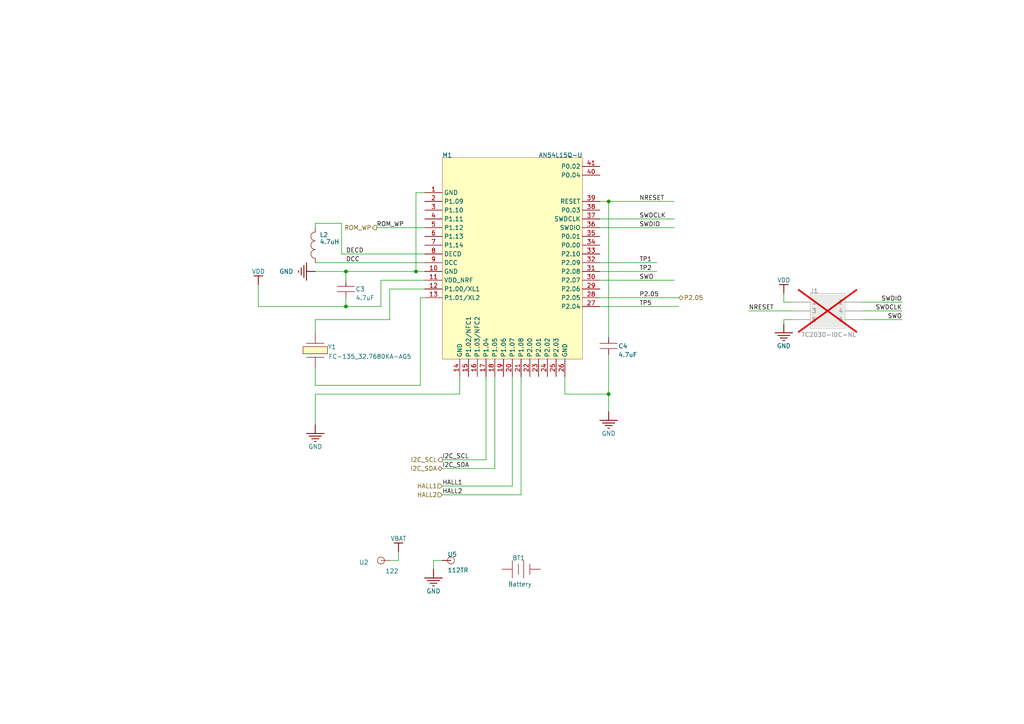
<source format=kicad_sch>
(kicad_sch (version 20250114) (generator "eeschema") (generator_version "9.0")
  (paper "A4")
  (lib_symbols
    (symbol "HydSmart_VA:root_0_02cd4be3c70576c341d710602a673aa_Altium Content Vault" (pin_numbers (hide yes)) (pin_names (hide yes))
      (symbol "root_0_02cd4be3c70576c341d710602a673aa_Altium Content Vault_1_0"
        (polyline (pts (xy 0 -1.778) (xy 0 -1.016)))
        (polyline (pts (xy 0 -3.556) (xy 0 -3.81)))
        (polyline (pts (xy 2.54 -1.778) (xy -2.54 -1.778)))
        (polyline (pts (xy 2.54 -3.302) (xy -2.54 -3.302)))
        (pin passive line (at 0 0 270) (length 1.778) (name "1") (number "1"))
        (pin passive line (at 0 -5.08 90) (length 1.524) (name "2") (number "2"))
      )
    )
    (symbol "HydSmart_VA:root_0_AN54L15Q-U_Ubihere"
      (property "Reference" "M1" (at -20.32 27.94 0))
      (property "Value" "AN54L15Q-U" (at 7.62 27.94 0))
      (symbol "root_0_AN54L15Q-U_Ubihere_1_0"
        (rectangle (start 20.32 27.94) (end -20.32 -30.48) (stroke (width 0.0254) (color 128 0 0 1)) (fill (type background)))
        (pin passive line (at -25.4 17.78 0) (length 5.08) (name "GND") (number "1"))
        (pin passive line (at -25.4 15.24 0) (length 5.08) (name "P1.09") (number "2"))
        (pin passive line (at -25.4 12.7 0) (length 5.08) (name "P1.10") (number "3"))
        (pin passive line (at -25.4 10.16 0) (length 5.08) (name "P1.11") (number "4"))
        (pin passive line (at -25.4 7.62 0) (length 5.08) (name "P1.12") (number "5"))
        (pin passive line (at -25.4 5.08 0) (length 5.08) (name "P1.13") (number "6"))
        (pin passive line (at -25.4 2.54 0) (length 5.08) (name "P1.14") (number "7"))
        (pin passive line (at -25.4 0 0) (length 5.08) (name "DECD") (number "8"))
        (pin passive line (at -25.4 -2.54 0) (length 5.08) (name "DCC") (number "9"))
        (pin passive line (at -25.4 -5.08 0) (length 5.08) (name "GND") (number "10"))
        (pin passive line (at -25.4 -7.62 0) (length 5.08) (name "VDD_NRF") (number "11"))
        (pin passive line (at -25.4 -10.16 0) (length 5.08) (name "P1.00/XL1") (number "12"))
        (pin passive line (at -25.4 -12.7 0) (length 5.08) (name "P1.01/XL2") (number "13"))
        (pin passive line (at -15.24 -35.56 90) (length 5.08) (name "GND") (number "14"))
        (pin passive line (at -12.7 -35.56 90) (length 5.08) (name "P1.02/NFC1") (number "15"))
        (pin passive line (at -10.16 -35.56 90) (length 5.08) (name "P1.03/NFC2") (number "16"))
        (pin passive line (at -7.62 -35.56 90) (length 5.08) (name "P1.04") (number "17"))
        (pin passive line (at -5.08 -35.56 90) (length 5.08) (name "P1.05") (number "18"))
        (pin passive line (at -2.54 -35.56 90) (length 5.08) (name "P1.06") (number "19"))
        (pin passive line (at 0 -35.56 90) (length 5.08) (name "P1.07") (number "20"))
        (pin passive line (at 2.54 -35.56 90) (length 5.08) (name "P1.08") (number "21"))
        (pin passive line (at 5.08 -35.56 90) (length 5.08) (name "P2.00") (number "22"))
        (pin passive line (at 7.62 -35.56 90) (length 5.08) (name "P2.01") (number "23"))
        (pin passive line (at 10.16 -35.56 90) (length 5.08) (name "P2.02") (number "24"))
        (pin passive line (at 12.7 -35.56 90) (length 5.08) (name "P2.03") (number "25"))
        (pin passive line (at 15.24 -35.56 90) (length 5.08) (name "GND") (number "26"))
        (pin passive line (at 25.4 25.4 180) (length 5.08) (name "P0.02") (number "41"))
        (pin passive line (at 25.4 22.86 180) (length 5.08) (name "P0.04") (number "40"))
        (pin passive line (at 25.4 15.24 180) (length 5.08) (name "RESET") (number "39"))
        (pin passive line (at 25.4 12.7 180) (length 5.08) (name "P0.03") (number "38"))
        (pin passive line (at 25.4 10.16 180) (length 5.08) (name "SWDCLK") (number "37"))
        (pin passive line (at 25.4 7.62 180) (length 5.08) (name "SWDIO") (number "36"))
        (pin passive line (at 25.4 5.08 180) (length 5.08) (name "P0.01") (number "35"))
        (pin passive line (at 25.4 2.54 180) (length 5.08) (name "P0.00") (number "34"))
        (pin passive line (at 25.4 0 180) (length 5.08) (name "P2.10") (number "33"))
        (pin passive line (at 25.4 -2.54 180) (length 5.08) (name "P2.09") (number "32"))
        (pin passive line (at 25.4 -5.08 180) (length 5.08) (name "P2.08") (number "31"))
        (pin passive line (at 25.4 -7.62 180) (length 5.08) (name "P2.07") (number "30"))
        (pin passive line (at 25.4 -10.16 180) (length 5.08) (name "P2.06") (number "29"))
        (pin passive line (at 25.4 -12.7 180) (length 5.08) (name "P2.05") (number "28"))
        (pin passive line (at 25.4 -15.24 180) (length 5.08) (name "P2.04") (number "27"))
      )
    )
    (symbol "HydSmart_VA:root_0_Battery_Hydrosmart Revised Schematics_2025-05-28T19_57_34_UTC.SCHLIB" (pin_numbers (hide yes)) (pin_names (hide yes))
      (symbol "root_0_Battery_Hydrosmart Revised Schematics_2025-05-28T19_57_34_UTC.SCHLIB_1_0"
        (polyline (pts (xy -3.048 -2.54) (xy 0 -2.54)))
        (polyline (pts (xy 0 0) (xy 0 -5.08)))
        (polyline (pts (xy 1.778 -1.016) (xy 1.778 -4.064)))
        (polyline (pts (xy 3.302 0) (xy 3.302 -5.08)))
        (polyline (pts (xy 5.08 -1.016) (xy 5.08 -4.064)))
        (polyline (pts (xy 5.08 -2.54) (xy 8.128 -2.54)))
      )
    )
    (symbol "HydSmart_VA:root_0_Header 3X2_Miscellaneous Connectors.IntLib" (pin_numbers (hide yes))
      (symbol "root_0_Header 3X2_Miscellaneous Connectors.IntLib_1_0"
        (rectangle (start 10.16 0) (end 0 -10.16) (stroke (width 0.0254) (color 128 0 0 1)) (fill (type background)))
        (pin passive line (at -5.08 -2.54 0) (length 5.08) (name "1") (number "1"))
        (pin passive line (at -5.08 -5.08 0) (length 5.08) (name "3") (number "3"))
        (pin passive line (at -5.08 -7.62 0) (length 5.08) (name "5") (number "5"))
        (pin passive line (at 15.24 -2.54 180) (length 5.08) (name "2") (number "2"))
        (pin passive line (at 15.24 -5.08 180) (length 5.08) (name "4") (number "4"))
        (pin passive line (at 15.24 -7.62 180) (length 5.08) (name "6") (number "6"))
      )
    )
    (symbol "HydSmart_VA:root_0_TEST_POINT_DARTMX8M_Carrier.SchLib" (pin_numbers (hide yes)) (pin_names (hide yes))
      (symbol "root_0_TEST_POINT_DARTMX8M_Carrier.SchLib_1_0"
        (circle (center 0 2.54) (radius 1.016) (fill (type color) (color 255 255 255 1)))
        (pin passive line (at -2.54 2.54 0) (length 2.54) (name "1") (number "1"))
      )
    )
    (symbol "HydSmart_VA:root_1_FC-135_32.7680KA-AG5_Ubihere" (pin_numbers (hide yes)) (pin_names (hide yes))
      (symbol "root_1_FC-135_32.7680KA-AG5_Ubihere_1_0"
        (polyline (pts (xy -2.54 7.112) (xy 2.54 7.112)))
        (polyline (pts (xy -2.54 3.048) (xy 2.54 3.048)))
        (polyline (pts (xy 0 7.112) (xy 0 7.62)))
        (polyline (pts (xy 0 3.048) (xy 0 2.54)))
        (rectangle (start 3.556 6.096) (end -3.556 4.064) (stroke (width 0) (color 128 0 0 1)) (fill (type background)))
        (pin passive line (at 0 10.16 270) (length 2.54) (name "") (number "1"))
        (pin passive line (at 0 0 90) (length 2.54) (name "CRYSTAL_2") (number "2"))
      )
    )
    (symbol "HydSmart_VA:root_2_TEST_POINT_DARTMX8M_Carrier.SchLib" (pin_numbers (hide yes)) (pin_names (hide yes))
      (symbol "root_2_TEST_POINT_DARTMX8M_Carrier.SchLib_1_0"
        (circle (center 0 -2.54) (radius 1.016) (fill (type color) (color 255 255 255 1)))
        (pin passive line (at 2.54 -2.54 180) (length 2.54) (name "1") (number "1"))
      )
    )
    (symbol "HydSmart_VA:root_3_mirrored_725321dda6339637d4d059423bc1c3c_Altium Content Vault" (pin_numbers (hide yes)) (pin_names (hide yes))
      (symbol "root_3_mirrored_725321dda6339637d4d059423bc1c3c_Altium Content Vault_1_0"
        (polyline (pts (xy 0 -1.27) (xy 0 -0.762)))
        (arc (start 0 -3.81) (mid -1.27 -2.54) (end 0 -1.27))
        (arc (start 0 -6.35) (mid -1.27 -5.08) (end 0 -3.81))
        (arc (start 0 -8.89) (mid -1.27 -7.62) (end 0 -6.35))
        (polyline (pts (xy 0 -8.89) (xy 0 -9.144)))
        (pin passive line (at 0 0 270) (length 1.27) (name "1") (number "1"))
        (pin passive line (at 0 -10.16 90) (length 1.27) (name "2") (number "2"))
      )
    )
    (symbol "Hydrosmart_NRF_MOD-altium-import:GND_POWER_GROUND" (power)
      (property "Value" "GND" (at 0 -6.35 0))
      (symbol "GND_POWER_GROUND_0_0"
        (polyline (pts (xy -2.54 -2.54) (xy 2.54 -2.54)) (stroke (width 0.254)))
        (polyline (pts (xy -1.778 -3.302) (xy 1.778 -3.302)) (stroke (width 0.254)))
        (polyline (pts (xy -1.016 -4.064) (xy 1.016 -4.064)) (stroke (width 0.254)))
        (polyline (pts (xy -0.254 -4.826) (xy 0.254 -4.826)) (stroke (width 0.254)))
        (polyline (pts (xy 0 0) (xy 0 -2.54)) (stroke (width 0.254)))
        (pin power_in line (at 0 0 0) (length 0) (hide yes) (name "GND") (number ""))
      )
    )
    (symbol "Hydrosmart_NRF_MOD-altium-import:VBAT_BAR" (power)
      (property "Value" "VBAT" (at 0 -3.81 0))
      (symbol "VBAT_BAR_0_0"
        (polyline (pts (xy -1.27 -2.54) (xy 1.27 -2.54)) (stroke (width 0.254)))
        (polyline (pts (xy 0 0) (xy 0 -2.54)) (stroke (width 0.254)))
        (pin power_in line (at 0 0 0) (length 0) (hide yes) (name "VBAT") (number ""))
      )
    )
    (symbol "Hydrosmart_NRF_MOD-altium-import:VDD_BAR" (power)
      (property "Value" "VDD" (at 0 -3.81 0))
      (symbol "VDD_BAR_0_0"
        (polyline (pts (xy -1.27 -2.54) (xy 1.27 -2.54)) (stroke (width 0.254)))
        (polyline (pts (xy 0 0) (xy 0 -2.54)) (stroke (width 0.254)))
        (pin power_in line (at 0 0 0) (length 0) (hide yes) (name "VDD") (number ""))
      )
    )
  )
  (junction (at 176.53 58.42))
  (junction (at 176.53 114.3))
  (junction (at 100.33 78.74))
  (junction (at 100.33 88.9))
  (junction (at 120.65 78.74))
  (wire (pts (xy 261.62 87.63) (xy 250.19 87.63)))
  (wire (pts (xy 173.99 81.28) (xy 195.58 81.28)))
  (wire (pts (xy 120.65 55.88) (xy 120.65 78.74)))
  (wire (pts (xy 176.53 102.87) (xy 176.53 114.3)))
  (wire (pts (xy 151.13 109.22) (xy 151.13 143.51)))
  (wire (pts (xy 176.53 58.42) (xy 176.53 97.79)))
  (wire (pts (xy 91.44 92.71) (xy 91.44 96.52)))
  (wire (pts (xy 173.99 63.5) (xy 195.58 63.5)))
  (wire (pts (xy 110.49 81.28) (xy 110.49 88.9)))
  (wire (pts (xy 113.03 83.82) (xy 113.03 92.71)))
  (wire (pts (xy 121.92 111.76) (xy 121.92 86.36)))
  (wire (pts (xy 125.73 162.56) (xy 125.73 165.1)))
  (wire (pts (xy 163.83 114.3) (xy 163.83 109.22)))
  (wire (pts (xy 123.19 66.04) (xy 109.22 66.04)))
  (wire (pts (xy 196.85 88.9) (xy 173.99 88.9)))
  (wire (pts (xy 148.59 109.22) (xy 148.59 140.97)))
  (wire (pts (xy 143.51 135.89) (xy 128.27 135.89)))
  (wire (pts (xy 140.97 133.35) (xy 128.27 133.35)))
  (wire (pts (xy 100.33 78.74) (xy 100.33 81.28)))
  (wire (pts (xy 91.44 111.76) (xy 121.92 111.76)))
  (wire (pts (xy 110.49 88.9) (xy 100.33 88.9)))
  (wire (pts (xy 100.33 88.9) (xy 74.93 88.9)))
  (wire (pts (xy 176.53 114.3) (xy 163.83 114.3)))
  (wire (pts (xy 91.44 106.68) (xy 91.44 111.76)))
  (wire (pts (xy 196.85 86.36) (xy 173.99 86.36)))
  (wire (pts (xy 133.35 114.3) (xy 133.35 109.22)))
  (wire (pts (xy 123.19 83.82) (xy 113.03 83.82)))
  (wire (pts (xy 99.06 73.66) (xy 123.19 73.66)))
  (wire (pts (xy 121.92 86.36) (xy 123.19 86.36)))
  (wire (pts (xy 74.93 88.9) (xy 74.93 82.55)))
  (wire (pts (xy 115.57 160.02) (xy 115.57 162.56)))
  (wire (pts (xy 176.53 114.3) (xy 176.53 119.38)))
  (wire (pts (xy 148.59 140.97) (xy 128.27 140.97)))
  (wire (pts (xy 173.99 58.42) (xy 176.53 58.42)))
  (wire (pts (xy 128.27 162.56) (xy 125.73 162.56)))
  (wire (pts (xy 176.53 58.42) (xy 195.58 58.42)))
  (wire (pts (xy 91.44 114.3) (xy 133.35 114.3)))
  (wire (pts (xy 91.44 64.77) (xy 99.06 64.77)))
  (wire (pts (xy 99.06 64.77) (xy 99.06 73.66)))
  (wire (pts (xy 113.03 92.71) (xy 91.44 92.71)))
  (wire (pts (xy 123.19 78.74) (xy 120.65 78.74)))
  (wire (pts (xy 190.5 76.2) (xy 173.99 76.2)))
  (wire (pts (xy 227.33 92.71) (xy 227.33 93.98)))
  (wire (pts (xy 120.65 78.74) (xy 100.33 78.74)))
  (wire (pts (xy 143.51 109.22) (xy 143.51 135.89)))
  (wire (pts (xy 100.33 86.36) (xy 100.33 88.9)))
  (wire (pts (xy 91.44 123.19) (xy 91.44 114.3)))
  (wire (pts (xy 123.19 81.28) (xy 110.49 81.28)))
  (wire (pts (xy 227.33 87.63) (xy 227.33 85.09)))
  (wire (pts (xy 229.87 87.63) (xy 227.33 87.63)))
  (wire (pts (xy 261.62 90.17) (xy 250.19 90.17)))
  (wire (pts (xy 115.57 162.56) (xy 113.03 162.56)))
  (wire (pts (xy 123.19 55.88) (xy 120.65 55.88)))
  (wire (pts (xy 229.87 92.71) (xy 227.33 92.71)))
  (wire (pts (xy 173.99 66.04) (xy 195.58 66.04)))
  (wire (pts (xy 100.33 78.74) (xy 91.44 78.74)))
  (wire (pts (xy 190.5 78.74) (xy 173.99 78.74)))
  (wire (pts (xy 261.62 92.71) (xy 250.19 92.71)))
  (wire (pts (xy 91.44 66.04) (xy 91.44 64.77)))
  (wire (pts (xy 151.13 143.51) (xy 128.27 143.51)))
  (wire (pts (xy 229.87 90.17) (xy 217.17 90.17)))
  (wire (pts (xy 140.97 109.22) (xy 140.97 133.35)))
  (wire (pts (xy 123.19 76.2) (xy 91.44 76.2)))
  (label "SWO" (at 261.62 92.71 180))
  (label "SWDCLK" (at 261.62 90.17 180))
  (label "P2.05" (at 185.42 86.36 0))
  (label "I2C_SDA" (at 128.27 135.89 0))
  (label "NRESET" (at 217.17 90.17 0))
  (label "DECD" (at 100.33 73.66 0))
  (label "SWDCLK" (at 185.42 63.5 0))
  (label "I2C_SCL" (at 128.27 133.35 0))
  (label "HALL2" (at 128.27 143.51 0))
  (label "SWO" (at 185.42 81.28 0))
  (label "TP5" (at 185.42 88.9 0))
  (label "SWDIO" (at 261.62 87.63 180))
  (label "TP1" (at 185.42 76.2 0))
  (label "NRESET" (at 185.42 58.42 0))
  (label "SWDIO" (at 185.42 66.04 0))
  (label "TP2" (at 185.42 78.74 0))
  (label "HALL1" (at 128.27 140.97 0))
  (label "DCC" (at 100.33 76.2 0))
  (label "ROM_WP" (at 109.22 66.04 0))
  (hierarchical_label "ROM_WP" (shape output) (at 109.22 66.04 180))
  (hierarchical_label "HALL1" (shape input) (at 128.27 140.97 180))
  (hierarchical_label "I2C_SDA" (shape bidirectional) (at 128.27 135.89 180))
  (hierarchical_label "HALL2" (shape input) (at 128.27 143.51 180))
  (hierarchical_label "P2.05" (shape bidirectional) (at 196.85 86.36 0))
  (hierarchical_label "I2C_SCL" (shape output) (at 128.27 133.35 180))
  (symbol (lib_id "HydSmart_VA:root_0_TEST_POINT_DARTMX8M_Carrier.SchLib") (at 130.81 165.1 0) (unit 1)
    (property "Reference" "U5" (at 129.794 161.544 0) (effects (justify left bottom)))
    (property "Value" "112TR" (at 129.794 166.116 0) (effects (justify left bottom)))
    (property "Footprint" "HydSmart_VA:112TR" (effects (hide yes)))
    (property "Description" "BATT CONTACT SPRING MULTIPLE SMD" (effects (hide yes)))
    (property "ALTIUM_VALUE" "122" (effects (hide yes)))
    (property "MANUFACTURER" "Keystone Electronics" (effects (hide yes)))
    (property "MANUFACTURER PN" "112TR" (effects (hide yes)))
  )
  (symbol (lib_id "Hydrosmart_NRF_MOD-altium-import:GND_POWER_GROUND") (at 227.33 93.98 0) (unit 1)
    (property "Reference" "#PWR08" (effects (hide yes)))
    (property "Value" "GND" (at 227.33 100.33 0))
  )
  (symbol (lib_id "Hydrosmart_NRF_MOD-altium-import:GND_POWER_GROUND") (at 176.53 119.38 0) (unit 1)
    (property "Reference" "#PWR06" (effects (hide yes)))
    (property "Value" "GND" (at 176.53 125.73 0))
  )
  (symbol (lib_id "Hydrosmart_NRF_MOD-altium-import:GND_POWER_GROUND") (at 91.44 78.74 270) (unit 1)
    (property "Reference" "#PWR02" (effects (hide yes)))
    (property "Value" "GND" (at 85.09 78.74 90) (effects (justify right)))
  )
  (symbol (lib_id "HydSmart_VA:root_0_02cd4be3c70576c341d710602a673aa_Altium Content Vault") (at 176.53 97.79 0) (unit 1)
    (property "Reference" "C4" (at 179.324 101.092 0) (effects (justify left bottom)))
    (property "Value" "${CAPACITANCE}" (at 179.324 103.632 0) (effects (justify left bottom)))
    (property "Footprint" "HydSmart_VA:C0402" (effects (hide yes)))
    (property "Description" "CAP CER 4.7UF 16V X6T 0402" (effects (hide yes)))
    (property "CAPACITANCE" "4.7uF" (effects (hide yes)))
    (property "MAX OPERATING TEMPERATURE" "85°C" (effects (hide yes)))
    (property "VOLTAGE RATING" "16V" (effects (hide yes)))
    (property "MIN OPERATING TEMPERATURE" "-55°C" (effects (hide yes)))
    (property "CASE/PACKAGE" "0402" (effects (hide yes)))
    (property "TOLERANCE" "20%" (effects (hide yes)))
    (property "LENGTH" "0.024inch" (effects (hide yes)))
    (property "DIELECTRIC" "X5R" (effects (hide yes)))
    (property "CASE CODE (IMPERIAL)" "0201" (effects (hide yes)))
    (property "CASE CODE (METRIC)" "0603" (effects (hide yes)))
    (property "WIDTH" "0.012inch" (effects (hide yes)))
    (property "MOUNT" "Surface Mount" (effects (hide yes)))
    (property "THICKNESS" "0.022inch" (effects (hide yes)))
    (property "MANUFACTURER" "Murata Electronics" (effects (hide yes)))
    (property "MANUFACTURER PN" "GRM155D81C475ME15J" (effects (hide yes)))
  )
  (symbol (lib_id "Hydrosmart_NRF_MOD-altium-import:VDD_BAR") (at 227.33 85.09 180) (unit 1)
    (property "Reference" "#PWR07" (effects (hide yes)))
    (property "Value" "VDD" (at 227.33 81.28 0))
  )
  (symbol (lib_id "HydSmart_VA:root_0_AN54L15Q-U_Ubihere") (at 148.59 73.66 0) (unit 1)
    (property "Reference" "M1" (at 128.27 45.72 0) (effects (justify left bottom)))
    (property "Value" "AN54L15Q-U" (at 156.21 45.72 0) (effects (justify left bottom)))
    (property "Footprint" "HydSmart_VA:AN54L15Q-U" (effects (hide yes)))
    (property "Description" "AN54L15Q-U" (effects (hide yes)))
    (property "SOURCE" "AN54L15Q_SCHLIB_250212.SchLib" (effects (hide yes)))
    (property "DESIGN ITEM ID" "AN54L15Q-U" (effects (hide yes)))
    (property "MANUFACTURER" "Raytac" (effects (hide yes)))
    (property "MANUFACTURER PN" "AN54L15Q-U" (effects (hide yes)))
  )
  (symbol (lib_id "Hydrosmart_NRF_MOD-altium-import:VDD_BAR") (at 74.93 82.55 180) (unit 1)
    (property "Reference" "#PWR01" (effects (hide yes)))
    (property "Value" "VDD" (at 74.93 78.74 0))
  )
  (symbol (lib_id "Hydrosmart_NRF_MOD-altium-import:VBAT_BAR") (at 115.57 160.02 180) (unit 1)
    (property "Reference" "#PWR04" (effects (hide yes)))
    (property "Value" "VBAT" (at 115.57 156.21 0))
  )
  (symbol (lib_id "HydSmart_VA:root_0_Header 3X2_Miscellaneous Connectors.IntLib") (at 234.95 85.09 0) (unit 1) (dnp yes)
    (property "Reference" "J1" (at 234.95 85.09 0) (effects (justify left bottom)))
    (property "Value" "TC2030-IDC-NL" (at 232.41 97.79 0) (effects (justify left bottom)))
    (property "Footprint" "HydSmart_VA:TC2030-IDC-NL" (effects (hide yes)))
    (property "Description" "Header, 3-Pin, Dual row" (effects (hide yes)))
  )
  (symbol (lib_id "HydSmart_VA:root_3_mirrored_725321dda6339637d4d059423bc1c3c_Altium Content Vault") (at 91.44 66.04 0) (unit 1)
    (property "Reference" "L2" (at 92.71 68.834 0) (effects (justify left bottom)))
    (property "Value" "${INDUCTANCE}" (at 92.71 70.866 0) (effects (justify left bottom)))
    (property "Footprint" "HydSmart_VA:FP-MLZ1608-IPC_A" (effects (hide yes)))
    (property "Description" "Shielded Multilayer Inductor 4.7uH ±20% 350mA 650mΩ SMD 0603" (effects (hide yes)))
    (property "DC RESISTANCE (DCR)" "650mR" (effects (hide yes)))
    (property "WIDTH" "0.031inch" (effects (hide yes)))
    (property "HEIGHT - SEATED (MAX)" "0.037inch" (effects (hide yes)))
    (property "INDUCTANCE" "4.7uH" (effects (hide yes)))
    (property "TEST FREQUENCY" "2MHz" (effects (hide yes)))
    (property "CURRENT RATING" "350mA" (effects (hide yes)))
    (property "MAX OPERATING TEMPERATURE" "125°C" (effects (hide yes)))
    (property "TOLERANCE" "20%" (effects (hide yes)))
    (property "LENGTH" "0.063inch" (effects (hide yes)))
    (property "CASE/PACKAGE" "0603" (effects (hide yes)))
    (property "CASE CODE (IMPERIAL)" "0603" (effects (hide yes)))
    (property "SELF RESONANT FREQUENCY" "80MHz" (effects (hide yes)))
    (property "MIN OPERATING TEMPERATURE" "-55°C" (effects (hide yes)))
    (property "CASE CODE (METRIC)" "1608" (effects (hide yes)))
    (property "CORE MATERIAL" "Ferrite" (effects (hide yes)))
    (property "SATURATION CURRENT" "120mA" (effects (hide yes)))
    (property "MOUNT" "Surface Mount" (effects (hide yes)))
    (property "MANUFACTURER" "TDK Corporation" (effects (hide yes)))
    (property "MANUFACTURER PN" "MLZ1608E4R7MT000" (effects (hide yes)))
  )
  (symbol (lib_id "HydSmart_VA:root_1_FC-135_32.7680KA-AG5_Ubihere") (at 91.44 106.68 0) (unit 1)
    (property "Reference" "Y1" (at 94.996 101.346 0) (effects (justify left bottom)))
    (property "Value" "FC-135_32.7680KA-AG5" (at 95.25 104.14 0) (effects (justify left bottom)))
    (property "Footprint" "HydSmart_VA:FC135327680KAAG5" (effects (hide yes)))
    (property "Description" "Crystal or Oscillator" (effects (hide yes)))
    (property "ARROW PRICE/STOCK" "https://www.arrow.com/en/products/fc-13532.7680ka-ag5/epson-electronics-america?region=nac" (effects (hide yes)))
    (property "SOURCE" "SamacSys.SchLib" (effects (hide yes)))
    (property "DATASHEET LINK" "https://www.mouser.ie/datasheet/2/137/C_255_en-1649561.pdf" (effects (hide yes)))
    (property "DESIGN ITEM ID" "FC-135_32.7680KA-AG5" (effects (hide yes)))
    (property "MOUSER PRICE/STOCK" "https://www.mouser.co.uk/ProductDetail/Epson-Timing/FC-135-32.7680KA-AG5?qs=f9yNj16SXrKrONtUE%2FGTTg%3D%3D" (effects (hide yes)))
    (property "HEIGHT" "0.9mm" (effects (hide yes)))
    (property "MOUSER PART NUMBER" "732-532.7680KA-AG5" (effects (hide yes)))
    (property "ARROW PART NUMBER" "FC-135 32.7680KA-AG5" (effects (hide yes)))
    (property "MANUFACTURER" "Epson Timing" (effects (hide yes)))
    (property "MANUFACTURER PN" "FC-135 32.7680KA-AG5" (effects (hide yes)))
  )
  (symbol (lib_id "Hydrosmart_NRF_MOD-altium-import:GND_POWER_GROUND") (at 91.44 123.19 0) (unit 1)
    (property "Reference" "#PWR03" (effects (hide yes)))
    (property "Value" "GND" (at 91.44 129.54 0))
  )
  (symbol (lib_id "HydSmart_VA:root_2_TEST_POINT_DARTMX8M_Carrier.SchLib") (at 110.49 160.02 0) (unit 1)
    (property "Reference" "U2" (at 104.14 163.83 0) (effects (justify left bottom)))
    (property "Value" "122" (at 111.76 166.37 0) (effects (justify left bottom)))
    (property "Footprint" "HydSmart_VA:122" (effects (hide yes)))
    (property "Description" "BATT CONTACT SOLID MULTIPLE SMD" (effects (hide yes)))
    (property "ALTIUM_VALUE" "122" (effects (hide yes)))
    (property "MANUFACTURER" "Keystone Electronics" (effects (hide yes)))
    (property "MANUFACTURER PN" "122" (effects (hide yes)))
  )
  (symbol (lib_id "HydSmart_VA:root_0_Battery_Hydrosmart Revised Schematics_2025-05-28T19_57_34_UTC.SCHLIB") (at 148.59 162.56 0) (unit 1) (on_board no)
    (property "Reference" "BT1" (at 148.59 162.56 0) (effects (justify left bottom)))
    (property "Value" "Battery" (at 147.32 170.18 0) (effects (justify left bottom)))
    (property "Footprint" "BAT-2" (effects (hide yes)))
    (property "Description" "BATTERY LITHIUM 3V COIN 24.5MM" (effects (hide yes)))
    (property "PUBLISHED" "24-Mar-1999" (effects (hide yes)))
    (property "LATESTREVISIONDATE" "17-Jul-2002" (effects (hide yes)))
    (property "LATESTREVISIONNOTE" "Re-released for DXP Platform." (effects (hide yes)))
    (property "PACKAGEREFERENCE" "BAT-2" (effects (hide yes)))
    (property "PUBLISHER" "Altium Limited" (effects (hide yes)))
    (property "PACKAGEDESCRIPTION" "Battery; 2 Leads" (effects (hide yes)))
    (property "MANUFACTURER" "Jauch Quartz" (effects (hide yes)))
    (property "MANUFACTURER PN" "CR2477" (effects (hide yes)))
  )
  (symbol (lib_id "Hydrosmart_NRF_MOD-altium-import:GND_POWER_GROUND") (at 125.73 165.1 0) (unit 1)
    (property "Reference" "#PWR05" (effects (hide yes)))
    (property "Value" "GND" (at 125.73 171.45 0))
  )
  (symbol (lib_id "HydSmart_VA:root_0_02cd4be3c70576c341d710602a673aa_Altium Content Vault") (at 100.33 81.28 0) (unit 1)
    (property "Reference" "C3" (at 103.124 84.582 0) (effects (justify left bottom)))
    (property "Value" "4.7uF" (at 103.124 87.122 0) (effects (justify left bottom)))
    (property "Footprint" "HydSmart_VA:C0402" (effects (hide yes)))
    (property "Description" "CAP CER 4.7UF 16V X6T 0402" (effects (hide yes)))
    (property "CAPACITANCE" "4.7uF" (effects (hide yes)))
    (property "MAX OPERATING TEMPERATURE" "85°C" (effects (hide yes)))
    (property "VOLTAGE RATING" "16V" (effects (hide yes)))
    (property "MIN OPERATING TEMPERATURE" "-55°C" (effects (hide yes)))
    (property "CASE/PACKAGE" "0402" (effects (hide yes)))
    (property "MANUFACTURER" "Murata Electronics" (effects (hide yes)))
    (property "MANUFACTURER PN" "GRM155D81C475ME15J" (effects (hide yes)))
  )
)
</source>
